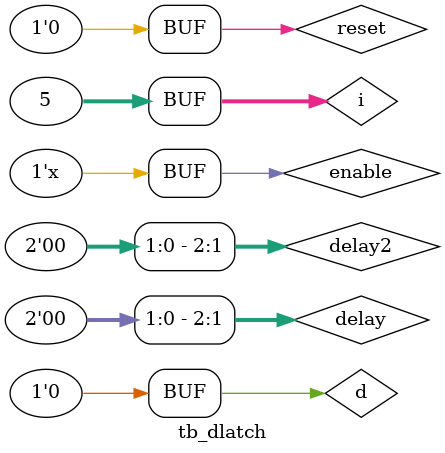
<source format=sv>

module DLatch ( output reg Q , input d, input clk, input reset );
  always @(clk or d or reset) begin // asynchronous reset
    if (reset) //active high reset
      Q <= 0;
    else begin
      if(clk)
        Q <= d;
    end
    
  end
  
endmodule

//tb

module tb_dlatch;
  reg d, enable, reset;
  wire Q;
  integer i;
  reg [2:0] delay; //to provide random delay to enable and input signals
  reg [2:0] delay2;
  
  DLatch d1 (.Q(Q), .d(d), .clk(enable), .reset(reset)); //instantiation on dlatch
  
  initial begin
    $monitor("[%0t] enable = %0b d = %0b Q = %0b",$time,enable,d,Q);
    enable <= 0; // initializing all variables
    d <= 0;
    reset <=1;
    
    #20 reset <= 0;
    
    $dumpfile("dump.vcd");
    $dumpvars;
//     #200 $finish;
    
    for( i = 0; i<5; i = i+1) begin
      delay = $random;
      delay2 = $random;
      #(delay) enable <= ~enable;
      #(delay2) d <= i;
    end
  end
  
  
endmodule
  

</source>
